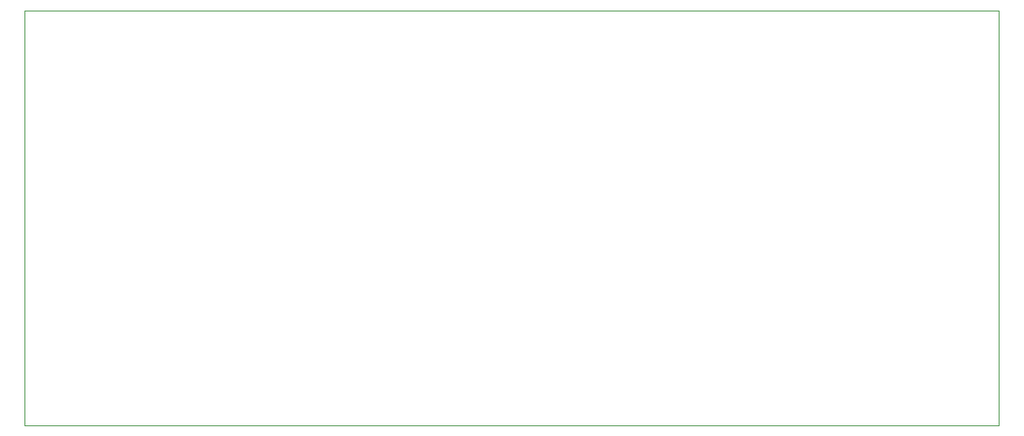
<source format=gbr>
%TF.GenerationSoftware,KiCad,Pcbnew,7.0.6*%
%TF.CreationDate,2023-09-07T21:54:39-06:00*%
%TF.ProjectId,low_power_heater,6c6f775f-706f-4776-9572-5f6865617465,rev?*%
%TF.SameCoordinates,Original*%
%TF.FileFunction,Profile,NP*%
%FSLAX46Y46*%
G04 Gerber Fmt 4.6, Leading zero omitted, Abs format (unit mm)*
G04 Created by KiCad (PCBNEW 7.0.6) date 2023-09-07 21:54:39*
%MOMM*%
%LPD*%
G01*
G04 APERTURE LIST*
%TA.AperFunction,Profile*%
%ADD10C,0.100000*%
%TD*%
G04 APERTURE END LIST*
D10*
X83500000Y-53000000D02*
X184500000Y-53000000D01*
X83500000Y-96000000D02*
X184500000Y-96000000D01*
X83500000Y-53000000D02*
X83500000Y-96000000D01*
X184500000Y-53000000D02*
X184500000Y-96000000D01*
M02*

</source>
